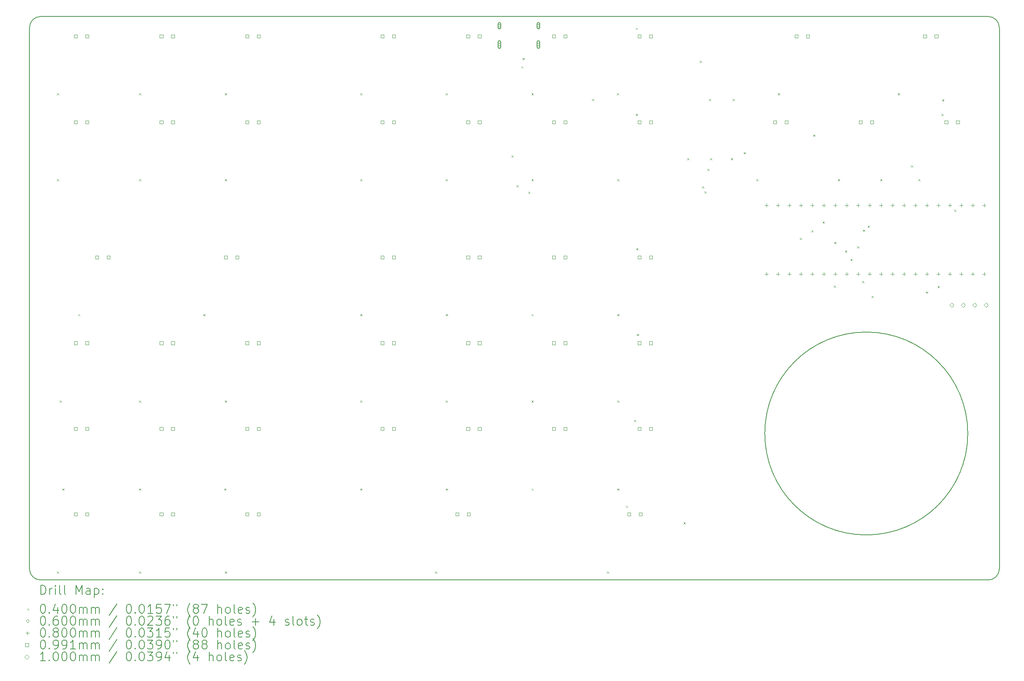
<source format=gbr>
%TF.GenerationSoftware,KiCad,Pcbnew,(6.0.7)*%
%TF.CreationDate,2023-02-05T05:32:13+01:00*%
%TF.ProjectId,DaVinciKbd,44615669-6e63-4694-9b62-642e6b696361,rev?*%
%TF.SameCoordinates,Original*%
%TF.FileFunction,Drillmap*%
%TF.FilePolarity,Positive*%
%FSLAX45Y45*%
G04 Gerber Fmt 4.5, Leading zero omitted, Abs format (unit mm)*
G04 Created by KiCad (PCBNEW (6.0.7)) date 2023-02-05 05:32:13*
%MOMM*%
%LPD*%
G01*
G04 APERTURE LIST*
%ADD10C,0.150000*%
%ADD11C,0.200000*%
%ADD12C,0.040000*%
%ADD13C,0.060000*%
%ADD14C,0.080000*%
%ADD15C,0.099060*%
%ADD16C,0.100000*%
G04 APERTURE END LIST*
D10*
X23500000Y-16250000D02*
G75*
G03*
X23750000Y-16000000I0J250000D01*
G01*
X23500000Y-16250000D02*
X2500000Y-16250000D01*
D11*
X23750000Y-13500000D02*
X23750000Y-16000000D01*
D10*
X2250000Y-4000000D02*
X2250000Y-16000000D01*
D11*
X23750000Y-13000000D02*
X23750000Y-4000000D01*
D10*
X2500000Y-3750000D02*
X23500000Y-3750000D01*
D11*
X23750000Y-13000000D02*
X23750000Y-13500000D01*
X23050000Y-13000000D02*
G75*
G03*
X23050000Y-13000000I-2250000J0D01*
G01*
D10*
X23750000Y-4000000D02*
G75*
G03*
X23500000Y-3750000I-250000J0D01*
G01*
X2500000Y-3750000D02*
G75*
G03*
X2250000Y-4000000I0J-250000D01*
G01*
X2250000Y-16000000D02*
G75*
G03*
X2500000Y-16250000I250000J0D01*
G01*
D11*
D12*
X2860000Y-5450000D02*
X2900000Y-5490000D01*
X2900000Y-5450000D02*
X2860000Y-5490000D01*
X2860000Y-7360000D02*
X2900000Y-7400000D01*
X2900000Y-7360000D02*
X2860000Y-7400000D01*
X2860000Y-16060000D02*
X2900000Y-16100000D01*
X2900000Y-16060000D02*
X2860000Y-16100000D01*
X2920000Y-12270000D02*
X2960000Y-12310000D01*
X2960000Y-12270000D02*
X2920000Y-12310000D01*
X2980000Y-14220000D02*
X3020000Y-14260000D01*
X3020000Y-14220000D02*
X2980000Y-14260000D01*
X3330000Y-10350000D02*
X3370000Y-10390000D01*
X3370000Y-10350000D02*
X3330000Y-10390000D01*
X4680000Y-5450000D02*
X4720000Y-5490000D01*
X4720000Y-5450000D02*
X4680000Y-5490000D01*
X4680000Y-7360000D02*
X4720000Y-7400000D01*
X4720000Y-7360000D02*
X4680000Y-7400000D01*
X4680000Y-12270000D02*
X4720000Y-12310000D01*
X4720000Y-12270000D02*
X4680000Y-12310000D01*
X4680000Y-14220000D02*
X4720000Y-14260000D01*
X4720000Y-14220000D02*
X4680000Y-14260000D01*
X4680000Y-16060000D02*
X4720000Y-16100000D01*
X4720000Y-16060000D02*
X4680000Y-16100000D01*
X6100000Y-10350000D02*
X6140000Y-10390000D01*
X6140000Y-10350000D02*
X6100000Y-10390000D01*
X6570000Y-14220000D02*
X6610000Y-14260000D01*
X6610000Y-14220000D02*
X6570000Y-14260000D01*
X6580000Y-5450000D02*
X6620000Y-5490000D01*
X6620000Y-5450000D02*
X6580000Y-5490000D01*
X6580000Y-7360000D02*
X6620000Y-7400000D01*
X6620000Y-7360000D02*
X6580000Y-7400000D01*
X6580000Y-12270000D02*
X6620000Y-12310000D01*
X6620000Y-12270000D02*
X6580000Y-12310000D01*
X6580000Y-16060000D02*
X6620000Y-16100000D01*
X6620000Y-16060000D02*
X6580000Y-16100000D01*
X9580000Y-5450000D02*
X9620000Y-5490000D01*
X9620000Y-5450000D02*
X9580000Y-5490000D01*
X9580000Y-7360000D02*
X9620000Y-7400000D01*
X9620000Y-7360000D02*
X9580000Y-7400000D01*
X9580000Y-10350000D02*
X9620000Y-10390000D01*
X9620000Y-10350000D02*
X9580000Y-10390000D01*
X9580000Y-12270000D02*
X9620000Y-12310000D01*
X9620000Y-12270000D02*
X9580000Y-12310000D01*
X9580000Y-14220000D02*
X9620000Y-14260000D01*
X9620000Y-14220000D02*
X9580000Y-14260000D01*
X11240000Y-16060000D02*
X11280000Y-16100000D01*
X11280000Y-16060000D02*
X11240000Y-16100000D01*
X11480000Y-5450000D02*
X11520000Y-5490000D01*
X11520000Y-5450000D02*
X11480000Y-5490000D01*
X11480000Y-7360000D02*
X11520000Y-7400000D01*
X11520000Y-7360000D02*
X11480000Y-7400000D01*
X11480000Y-10350000D02*
X11520000Y-10390000D01*
X11520000Y-10350000D02*
X11480000Y-10390000D01*
X11480000Y-12270000D02*
X11520000Y-12310000D01*
X11520000Y-12270000D02*
X11480000Y-12310000D01*
X11480000Y-14220000D02*
X11520000Y-14260000D01*
X11520000Y-14220000D02*
X11480000Y-14260000D01*
X12935000Y-6830000D02*
X12975000Y-6870000D01*
X12975000Y-6830000D02*
X12935000Y-6870000D01*
X13045000Y-7495000D02*
X13085000Y-7535000D01*
X13085000Y-7495000D02*
X13045000Y-7535000D01*
X13150000Y-4855000D02*
X13190000Y-4895000D01*
X13190000Y-4855000D02*
X13150000Y-4895000D01*
X13180000Y-4670000D02*
X13220000Y-4710000D01*
X13220000Y-4670000D02*
X13180000Y-4710000D01*
X13305000Y-7635000D02*
X13345000Y-7675000D01*
X13345000Y-7635000D02*
X13305000Y-7675000D01*
X13380000Y-5450000D02*
X13420000Y-5490000D01*
X13420000Y-5450000D02*
X13380000Y-5490000D01*
X13380000Y-7360000D02*
X13420000Y-7400000D01*
X13420000Y-7360000D02*
X13380000Y-7400000D01*
X13380000Y-10350000D02*
X13420000Y-10390000D01*
X13420000Y-10350000D02*
X13380000Y-10390000D01*
X13380000Y-12270000D02*
X13420000Y-12310000D01*
X13420000Y-12270000D02*
X13380000Y-12310000D01*
X13380000Y-14220000D02*
X13420000Y-14260000D01*
X13420000Y-14220000D02*
X13380000Y-14260000D01*
X14721000Y-5580000D02*
X14761000Y-5620000D01*
X14761000Y-5580000D02*
X14721000Y-5620000D01*
X15050000Y-16060000D02*
X15090000Y-16100000D01*
X15090000Y-16060000D02*
X15050000Y-16100000D01*
X15270000Y-5450000D02*
X15310000Y-5490000D01*
X15310000Y-5450000D02*
X15270000Y-5490000D01*
X15280000Y-7360000D02*
X15320000Y-7400000D01*
X15320000Y-7360000D02*
X15280000Y-7400000D01*
X15280000Y-10350000D02*
X15320000Y-10390000D01*
X15320000Y-10350000D02*
X15280000Y-10390000D01*
X15280000Y-12270000D02*
X15320000Y-12310000D01*
X15320000Y-12270000D02*
X15280000Y-12310000D01*
X15280000Y-14220000D02*
X15320000Y-14260000D01*
X15320000Y-14220000D02*
X15280000Y-14260000D01*
X15470000Y-14600000D02*
X15510000Y-14640000D01*
X15510000Y-14600000D02*
X15470000Y-14640000D01*
X15650000Y-12700000D02*
X15690000Y-12740000D01*
X15690000Y-12700000D02*
X15650000Y-12740000D01*
X15690000Y-4000000D02*
X15730000Y-4040000D01*
X15730000Y-4000000D02*
X15690000Y-4040000D01*
X15690000Y-5910000D02*
X15730000Y-5950000D01*
X15730000Y-5910000D02*
X15690000Y-5950000D01*
X15700000Y-8890000D02*
X15740000Y-8930000D01*
X15740000Y-8890000D02*
X15700000Y-8930000D01*
X15710000Y-10790000D02*
X15750000Y-10830000D01*
X15750000Y-10790000D02*
X15710000Y-10830000D01*
X16750000Y-14970000D02*
X16790000Y-15010000D01*
X16790000Y-14970000D02*
X16750000Y-15010000D01*
X16830000Y-6890000D02*
X16870000Y-6930000D01*
X16870000Y-6890000D02*
X16830000Y-6930000D01*
X17110000Y-4730000D02*
X17150000Y-4770000D01*
X17150000Y-4730000D02*
X17110000Y-4770000D01*
X17160000Y-7520000D02*
X17200000Y-7560000D01*
X17200000Y-7520000D02*
X17160000Y-7560000D01*
X17210000Y-7630000D02*
X17250000Y-7670000D01*
X17250000Y-7630000D02*
X17210000Y-7670000D01*
X17280000Y-7130000D02*
X17320000Y-7170000D01*
X17320000Y-7130000D02*
X17280000Y-7170000D01*
X17310000Y-5580000D02*
X17350000Y-5620000D01*
X17350000Y-5580000D02*
X17310000Y-5620000D01*
X17340000Y-6890000D02*
X17380000Y-6930000D01*
X17380000Y-6890000D02*
X17340000Y-6930000D01*
X17800000Y-6890000D02*
X17840000Y-6930000D01*
X17840000Y-6890000D02*
X17800000Y-6930000D01*
X17840000Y-5580000D02*
X17880000Y-5620000D01*
X17880000Y-5580000D02*
X17840000Y-5620000D01*
X18080000Y-6760000D02*
X18120000Y-6800000D01*
X18120000Y-6760000D02*
X18080000Y-6800000D01*
X18360000Y-7360000D02*
X18400000Y-7400000D01*
X18400000Y-7360000D02*
X18360000Y-7400000D01*
X18840000Y-5450000D02*
X18880000Y-5490000D01*
X18880000Y-5450000D02*
X18840000Y-5490000D01*
X19330000Y-8660000D02*
X19370000Y-8700000D01*
X19370000Y-8660000D02*
X19330000Y-8700000D01*
X19580000Y-8489998D02*
X19620000Y-8529998D01*
X19620000Y-8489998D02*
X19580000Y-8529998D01*
X19621000Y-6370000D02*
X19661000Y-6410000D01*
X19661000Y-6370000D02*
X19621000Y-6410000D01*
X19830000Y-8300000D02*
X19870000Y-8340000D01*
X19870000Y-8300000D02*
X19830000Y-8340000D01*
X20080000Y-9720000D02*
X20120000Y-9760000D01*
X20120000Y-9720000D02*
X20080000Y-9760000D01*
X20090000Y-8750000D02*
X20130000Y-8790000D01*
X20130000Y-8750000D02*
X20090000Y-8790000D01*
X20170000Y-7360000D02*
X20210000Y-7400000D01*
X20210000Y-7360000D02*
X20170000Y-7400000D01*
X20330000Y-8940000D02*
X20370000Y-8980000D01*
X20370000Y-8940000D02*
X20330000Y-8980000D01*
X20450000Y-9130000D02*
X20490000Y-9170000D01*
X20490000Y-9130000D02*
X20450000Y-9170000D01*
X20600000Y-8850000D02*
X20640000Y-8890000D01*
X20640000Y-8850000D02*
X20600000Y-8890000D01*
X20710000Y-9620000D02*
X20750000Y-9660000D01*
X20750000Y-9620000D02*
X20710000Y-9660000D01*
X20725200Y-8479999D02*
X20765200Y-8519999D01*
X20765200Y-8479999D02*
X20725200Y-8519999D01*
X20829999Y-8389999D02*
X20869999Y-8429999D01*
X20869999Y-8389999D02*
X20829999Y-8429999D01*
X20920000Y-9950000D02*
X20960000Y-9990000D01*
X20960000Y-9950000D02*
X20920000Y-9990000D01*
X21110000Y-7360000D02*
X21150000Y-7400000D01*
X21150000Y-7360000D02*
X21110000Y-7400000D01*
X21500000Y-5450000D02*
X21540000Y-5490000D01*
X21540000Y-5450000D02*
X21500000Y-5490000D01*
X21790000Y-7050000D02*
X21830000Y-7090000D01*
X21830000Y-7050000D02*
X21790000Y-7090000D01*
X21950000Y-7360000D02*
X21990000Y-7400000D01*
X21990000Y-7360000D02*
X21950000Y-7400000D01*
X22120000Y-9850000D02*
X22160000Y-9890000D01*
X22160000Y-9850000D02*
X22120000Y-9890000D01*
X22380000Y-9730000D02*
X22420000Y-9770000D01*
X22420000Y-9730000D02*
X22380000Y-9770000D01*
X22470000Y-5910000D02*
X22510000Y-5950000D01*
X22510000Y-5910000D02*
X22470000Y-5950000D01*
X22480000Y-5585000D02*
X22520000Y-5625000D01*
X22520000Y-5585000D02*
X22480000Y-5625000D01*
X22746282Y-8037200D02*
X22786282Y-8077200D01*
X22786282Y-8037200D02*
X22746282Y-8077200D01*
D13*
X12698000Y-3956000D02*
G75*
G03*
X12698000Y-3956000I-30000J0D01*
G01*
D11*
X12638000Y-3916000D02*
X12638000Y-3996000D01*
X12698000Y-3916000D02*
X12698000Y-3996000D01*
X12638000Y-3996000D02*
G75*
G03*
X12698000Y-3996000I30000J0D01*
G01*
X12698000Y-3916000D02*
G75*
G03*
X12638000Y-3916000I-30000J0D01*
G01*
D13*
X12698000Y-4373000D02*
G75*
G03*
X12698000Y-4373000I-30000J0D01*
G01*
D11*
X12638000Y-4318000D02*
X12638000Y-4428000D01*
X12698000Y-4318000D02*
X12698000Y-4428000D01*
X12638000Y-4428000D02*
G75*
G03*
X12698000Y-4428000I30000J0D01*
G01*
X12698000Y-4318000D02*
G75*
G03*
X12638000Y-4318000I-30000J0D01*
G01*
D13*
X13562000Y-3956000D02*
G75*
G03*
X13562000Y-3956000I-30000J0D01*
G01*
D11*
X13502000Y-3916000D02*
X13502000Y-3996000D01*
X13562000Y-3916000D02*
X13562000Y-3996000D01*
X13502000Y-3996000D02*
G75*
G03*
X13562000Y-3996000I30000J0D01*
G01*
X13562000Y-3916000D02*
G75*
G03*
X13502000Y-3916000I-30000J0D01*
G01*
D13*
X13562000Y-4373000D02*
G75*
G03*
X13562000Y-4373000I-30000J0D01*
G01*
D11*
X13502000Y-4318000D02*
X13502000Y-4428000D01*
X13562000Y-4318000D02*
X13562000Y-4428000D01*
X13502000Y-4428000D02*
G75*
G03*
X13562000Y-4428000I30000J0D01*
G01*
X13562000Y-4318000D02*
G75*
G03*
X13502000Y-4318000I-30000J0D01*
G01*
D14*
X18587000Y-7898000D02*
X18587000Y-7978000D01*
X18547000Y-7938000D02*
X18627000Y-7938000D01*
X18587000Y-9422000D02*
X18587000Y-9502000D01*
X18547000Y-9462000D02*
X18627000Y-9462000D01*
X18841000Y-7898000D02*
X18841000Y-7978000D01*
X18801000Y-7938000D02*
X18881000Y-7938000D01*
X18841000Y-9422000D02*
X18841000Y-9502000D01*
X18801000Y-9462000D02*
X18881000Y-9462000D01*
X19095000Y-7898000D02*
X19095000Y-7978000D01*
X19055000Y-7938000D02*
X19135000Y-7938000D01*
X19095000Y-9422000D02*
X19095000Y-9502000D01*
X19055000Y-9462000D02*
X19135000Y-9462000D01*
X19349000Y-7898000D02*
X19349000Y-7978000D01*
X19309000Y-7938000D02*
X19389000Y-7938000D01*
X19349000Y-9422000D02*
X19349000Y-9502000D01*
X19309000Y-9462000D02*
X19389000Y-9462000D01*
X19603000Y-7898000D02*
X19603000Y-7978000D01*
X19563000Y-7938000D02*
X19643000Y-7938000D01*
X19603000Y-9422000D02*
X19603000Y-9502000D01*
X19563000Y-9462000D02*
X19643000Y-9462000D01*
X19857000Y-7898000D02*
X19857000Y-7978000D01*
X19817000Y-7938000D02*
X19897000Y-7938000D01*
X19857000Y-9422000D02*
X19857000Y-9502000D01*
X19817000Y-9462000D02*
X19897000Y-9462000D01*
X20111000Y-7898000D02*
X20111000Y-7978000D01*
X20071000Y-7938000D02*
X20151000Y-7938000D01*
X20111000Y-9422000D02*
X20111000Y-9502000D01*
X20071000Y-9462000D02*
X20151000Y-9462000D01*
X20365000Y-7898000D02*
X20365000Y-7978000D01*
X20325000Y-7938000D02*
X20405000Y-7938000D01*
X20365000Y-9422000D02*
X20365000Y-9502000D01*
X20325000Y-9462000D02*
X20405000Y-9462000D01*
X20619000Y-7898000D02*
X20619000Y-7978000D01*
X20579000Y-7938000D02*
X20659000Y-7938000D01*
X20619000Y-9422000D02*
X20619000Y-9502000D01*
X20579000Y-9462000D02*
X20659000Y-9462000D01*
X20873000Y-7898000D02*
X20873000Y-7978000D01*
X20833000Y-7938000D02*
X20913000Y-7938000D01*
X20873000Y-9422000D02*
X20873000Y-9502000D01*
X20833000Y-9462000D02*
X20913000Y-9462000D01*
X21127000Y-7898000D02*
X21127000Y-7978000D01*
X21087000Y-7938000D02*
X21167000Y-7938000D01*
X21127000Y-9422000D02*
X21127000Y-9502000D01*
X21087000Y-9462000D02*
X21167000Y-9462000D01*
X21381000Y-7898000D02*
X21381000Y-7978000D01*
X21341000Y-7938000D02*
X21421000Y-7938000D01*
X21381000Y-9422000D02*
X21381000Y-9502000D01*
X21341000Y-9462000D02*
X21421000Y-9462000D01*
X21635000Y-7898000D02*
X21635000Y-7978000D01*
X21595000Y-7938000D02*
X21675000Y-7938000D01*
X21635000Y-9422000D02*
X21635000Y-9502000D01*
X21595000Y-9462000D02*
X21675000Y-9462000D01*
X21889000Y-7898000D02*
X21889000Y-7978000D01*
X21849000Y-7938000D02*
X21929000Y-7938000D01*
X21889000Y-9422000D02*
X21889000Y-9502000D01*
X21849000Y-9462000D02*
X21929000Y-9462000D01*
X22143000Y-7898000D02*
X22143000Y-7978000D01*
X22103000Y-7938000D02*
X22183000Y-7938000D01*
X22143000Y-9422000D02*
X22143000Y-9502000D01*
X22103000Y-9462000D02*
X22183000Y-9462000D01*
X22397000Y-7898000D02*
X22397000Y-7978000D01*
X22357000Y-7938000D02*
X22437000Y-7938000D01*
X22397000Y-9422000D02*
X22397000Y-9502000D01*
X22357000Y-9462000D02*
X22437000Y-9462000D01*
X22651000Y-7898000D02*
X22651000Y-7978000D01*
X22611000Y-7938000D02*
X22691000Y-7938000D01*
X22651000Y-9422000D02*
X22651000Y-9502000D01*
X22611000Y-9462000D02*
X22691000Y-9462000D01*
X22905000Y-7898000D02*
X22905000Y-7978000D01*
X22865000Y-7938000D02*
X22945000Y-7938000D01*
X22905000Y-9422000D02*
X22905000Y-9502000D01*
X22865000Y-9462000D02*
X22945000Y-9462000D01*
X23159000Y-7898000D02*
X23159000Y-7978000D01*
X23119000Y-7938000D02*
X23199000Y-7938000D01*
X23159000Y-9422000D02*
X23159000Y-9502000D01*
X23119000Y-9462000D02*
X23199000Y-9462000D01*
X23413000Y-7898000D02*
X23413000Y-7978000D01*
X23373000Y-7938000D02*
X23453000Y-7938000D01*
X23413000Y-9422000D02*
X23413000Y-9502000D01*
X23373000Y-9462000D02*
X23453000Y-9462000D01*
D15*
X3308023Y-4227023D02*
X3308023Y-4156977D01*
X3237977Y-4156977D01*
X3237977Y-4227023D01*
X3308023Y-4227023D01*
X3308023Y-6127023D02*
X3308023Y-6056977D01*
X3237977Y-6056977D01*
X3237977Y-6127023D01*
X3308023Y-6127023D01*
X3308023Y-11027023D02*
X3308023Y-10956977D01*
X3237977Y-10956977D01*
X3237977Y-11027023D01*
X3308023Y-11027023D01*
X3308023Y-12927023D02*
X3308023Y-12856977D01*
X3237977Y-12856977D01*
X3237977Y-12927023D01*
X3308023Y-12927023D01*
X3308023Y-14827023D02*
X3308023Y-14756977D01*
X3237977Y-14756977D01*
X3237977Y-14827023D01*
X3308023Y-14827023D01*
X3562023Y-4227023D02*
X3562023Y-4156977D01*
X3491977Y-4156977D01*
X3491977Y-4227023D01*
X3562023Y-4227023D01*
X3562023Y-6127023D02*
X3562023Y-6056977D01*
X3491977Y-6056977D01*
X3491977Y-6127023D01*
X3562023Y-6127023D01*
X3562023Y-11027023D02*
X3562023Y-10956977D01*
X3491977Y-10956977D01*
X3491977Y-11027023D01*
X3562023Y-11027023D01*
X3562023Y-12927023D02*
X3562023Y-12856977D01*
X3491977Y-12856977D01*
X3491977Y-12927023D01*
X3562023Y-12927023D01*
X3562023Y-14827023D02*
X3562023Y-14756977D01*
X3491977Y-14756977D01*
X3491977Y-14827023D01*
X3562023Y-14827023D01*
X3783023Y-9127023D02*
X3783023Y-9056977D01*
X3712977Y-9056977D01*
X3712977Y-9127023D01*
X3783023Y-9127023D01*
X4037023Y-9127023D02*
X4037023Y-9056977D01*
X3966977Y-9056977D01*
X3966977Y-9127023D01*
X4037023Y-9127023D01*
X5208023Y-4227023D02*
X5208023Y-4156977D01*
X5137977Y-4156977D01*
X5137977Y-4227023D01*
X5208023Y-4227023D01*
X5208023Y-6127023D02*
X5208023Y-6056977D01*
X5137977Y-6056977D01*
X5137977Y-6127023D01*
X5208023Y-6127023D01*
X5208023Y-11027023D02*
X5208023Y-10956977D01*
X5137977Y-10956977D01*
X5137977Y-11027023D01*
X5208023Y-11027023D01*
X5208023Y-12927023D02*
X5208023Y-12856977D01*
X5137977Y-12856977D01*
X5137977Y-12927023D01*
X5208023Y-12927023D01*
X5208023Y-14827023D02*
X5208023Y-14756977D01*
X5137977Y-14756977D01*
X5137977Y-14827023D01*
X5208023Y-14827023D01*
X5462023Y-4227023D02*
X5462023Y-4156977D01*
X5391977Y-4156977D01*
X5391977Y-4227023D01*
X5462023Y-4227023D01*
X5462023Y-6127023D02*
X5462023Y-6056977D01*
X5391977Y-6056977D01*
X5391977Y-6127023D01*
X5462023Y-6127023D01*
X5462023Y-11027023D02*
X5462023Y-10956977D01*
X5391977Y-10956977D01*
X5391977Y-11027023D01*
X5462023Y-11027023D01*
X5462023Y-12927023D02*
X5462023Y-12856977D01*
X5391977Y-12856977D01*
X5391977Y-12927023D01*
X5462023Y-12927023D01*
X5462023Y-14827023D02*
X5462023Y-14756977D01*
X5391977Y-14756977D01*
X5391977Y-14827023D01*
X5462023Y-14827023D01*
X6638023Y-9127023D02*
X6638023Y-9056977D01*
X6567977Y-9056977D01*
X6567977Y-9127023D01*
X6638023Y-9127023D01*
X6892023Y-9127023D02*
X6892023Y-9056977D01*
X6821977Y-9056977D01*
X6821977Y-9127023D01*
X6892023Y-9127023D01*
X7108023Y-4227023D02*
X7108023Y-4156977D01*
X7037977Y-4156977D01*
X7037977Y-4227023D01*
X7108023Y-4227023D01*
X7108023Y-6127023D02*
X7108023Y-6056977D01*
X7037977Y-6056977D01*
X7037977Y-6127023D01*
X7108023Y-6127023D01*
X7108023Y-11027023D02*
X7108023Y-10956977D01*
X7037977Y-10956977D01*
X7037977Y-11027023D01*
X7108023Y-11027023D01*
X7108023Y-12927023D02*
X7108023Y-12856977D01*
X7037977Y-12856977D01*
X7037977Y-12927023D01*
X7108023Y-12927023D01*
X7108023Y-14827023D02*
X7108023Y-14756977D01*
X7037977Y-14756977D01*
X7037977Y-14827023D01*
X7108023Y-14827023D01*
X7362023Y-4227023D02*
X7362023Y-4156977D01*
X7291977Y-4156977D01*
X7291977Y-4227023D01*
X7362023Y-4227023D01*
X7362023Y-6127023D02*
X7362023Y-6056977D01*
X7291977Y-6056977D01*
X7291977Y-6127023D01*
X7362023Y-6127023D01*
X7362023Y-11027023D02*
X7362023Y-10956977D01*
X7291977Y-10956977D01*
X7291977Y-11027023D01*
X7362023Y-11027023D01*
X7362023Y-12927023D02*
X7362023Y-12856977D01*
X7291977Y-12856977D01*
X7291977Y-12927023D01*
X7362023Y-12927023D01*
X7362023Y-14827023D02*
X7362023Y-14756977D01*
X7291977Y-14756977D01*
X7291977Y-14827023D01*
X7362023Y-14827023D01*
X10108023Y-4227023D02*
X10108023Y-4156977D01*
X10037977Y-4156977D01*
X10037977Y-4227023D01*
X10108023Y-4227023D01*
X10108023Y-6127023D02*
X10108023Y-6056977D01*
X10037977Y-6056977D01*
X10037977Y-6127023D01*
X10108023Y-6127023D01*
X10108023Y-9127023D02*
X10108023Y-9056977D01*
X10037977Y-9056977D01*
X10037977Y-9127023D01*
X10108023Y-9127023D01*
X10108023Y-11027023D02*
X10108023Y-10956977D01*
X10037977Y-10956977D01*
X10037977Y-11027023D01*
X10108023Y-11027023D01*
X10108023Y-12927023D02*
X10108023Y-12856977D01*
X10037977Y-12856977D01*
X10037977Y-12927023D01*
X10108023Y-12927023D01*
X10362023Y-4227023D02*
X10362023Y-4156977D01*
X10291977Y-4156977D01*
X10291977Y-4227023D01*
X10362023Y-4227023D01*
X10362023Y-6127023D02*
X10362023Y-6056977D01*
X10291977Y-6056977D01*
X10291977Y-6127023D01*
X10362023Y-6127023D01*
X10362023Y-9127023D02*
X10362023Y-9056977D01*
X10291977Y-9056977D01*
X10291977Y-9127023D01*
X10362023Y-9127023D01*
X10362023Y-11027023D02*
X10362023Y-10956977D01*
X10291977Y-10956977D01*
X10291977Y-11027023D01*
X10362023Y-11027023D01*
X10362023Y-12927023D02*
X10362023Y-12856977D01*
X10291977Y-12856977D01*
X10291977Y-12927023D01*
X10362023Y-12927023D01*
X11768023Y-14827023D02*
X11768023Y-14756977D01*
X11697977Y-14756977D01*
X11697977Y-14827023D01*
X11768023Y-14827023D01*
X12008023Y-4227023D02*
X12008023Y-4156977D01*
X11937977Y-4156977D01*
X11937977Y-4227023D01*
X12008023Y-4227023D01*
X12008023Y-6127023D02*
X12008023Y-6056977D01*
X11937977Y-6056977D01*
X11937977Y-6127023D01*
X12008023Y-6127023D01*
X12008023Y-9127023D02*
X12008023Y-9056977D01*
X11937977Y-9056977D01*
X11937977Y-9127023D01*
X12008023Y-9127023D01*
X12008023Y-11027023D02*
X12008023Y-10956977D01*
X11937977Y-10956977D01*
X11937977Y-11027023D01*
X12008023Y-11027023D01*
X12008023Y-12927023D02*
X12008023Y-12856977D01*
X11937977Y-12856977D01*
X11937977Y-12927023D01*
X12008023Y-12927023D01*
X12022023Y-14827023D02*
X12022023Y-14756977D01*
X11951977Y-14756977D01*
X11951977Y-14827023D01*
X12022023Y-14827023D01*
X12262023Y-4227023D02*
X12262023Y-4156977D01*
X12191977Y-4156977D01*
X12191977Y-4227023D01*
X12262023Y-4227023D01*
X12262023Y-6127023D02*
X12262023Y-6056977D01*
X12191977Y-6056977D01*
X12191977Y-6127023D01*
X12262023Y-6127023D01*
X12262023Y-9127023D02*
X12262023Y-9056977D01*
X12191977Y-9056977D01*
X12191977Y-9127023D01*
X12262023Y-9127023D01*
X12262023Y-11027023D02*
X12262023Y-10956977D01*
X12191977Y-10956977D01*
X12191977Y-11027023D01*
X12262023Y-11027023D01*
X12262023Y-12927023D02*
X12262023Y-12856977D01*
X12191977Y-12856977D01*
X12191977Y-12927023D01*
X12262023Y-12927023D01*
X13908023Y-4227023D02*
X13908023Y-4156977D01*
X13837977Y-4156977D01*
X13837977Y-4227023D01*
X13908023Y-4227023D01*
X13908023Y-6127023D02*
X13908023Y-6056977D01*
X13837977Y-6056977D01*
X13837977Y-6127023D01*
X13908023Y-6127023D01*
X13908023Y-9127023D02*
X13908023Y-9056977D01*
X13837977Y-9056977D01*
X13837977Y-9127023D01*
X13908023Y-9127023D01*
X13908023Y-11027023D02*
X13908023Y-10956977D01*
X13837977Y-10956977D01*
X13837977Y-11027023D01*
X13908023Y-11027023D01*
X13908023Y-12927023D02*
X13908023Y-12856977D01*
X13837977Y-12856977D01*
X13837977Y-12927023D01*
X13908023Y-12927023D01*
X14162023Y-4227023D02*
X14162023Y-4156977D01*
X14091977Y-4156977D01*
X14091977Y-4227023D01*
X14162023Y-4227023D01*
X14162023Y-6127023D02*
X14162023Y-6056977D01*
X14091977Y-6056977D01*
X14091977Y-6127023D01*
X14162023Y-6127023D01*
X14162023Y-9127023D02*
X14162023Y-9056977D01*
X14091977Y-9056977D01*
X14091977Y-9127023D01*
X14162023Y-9127023D01*
X14162023Y-11027023D02*
X14162023Y-10956977D01*
X14091977Y-10956977D01*
X14091977Y-11027023D01*
X14162023Y-11027023D01*
X14162023Y-12927023D02*
X14162023Y-12856977D01*
X14091977Y-12856977D01*
X14091977Y-12927023D01*
X14162023Y-12927023D01*
X15578023Y-14827023D02*
X15578023Y-14756977D01*
X15507977Y-14756977D01*
X15507977Y-14827023D01*
X15578023Y-14827023D01*
X15808023Y-4227023D02*
X15808023Y-4156977D01*
X15737977Y-4156977D01*
X15737977Y-4227023D01*
X15808023Y-4227023D01*
X15808023Y-6127023D02*
X15808023Y-6056977D01*
X15737977Y-6056977D01*
X15737977Y-6127023D01*
X15808023Y-6127023D01*
X15808023Y-9127023D02*
X15808023Y-9056977D01*
X15737977Y-9056977D01*
X15737977Y-9127023D01*
X15808023Y-9127023D01*
X15808023Y-11027023D02*
X15808023Y-10956977D01*
X15737977Y-10956977D01*
X15737977Y-11027023D01*
X15808023Y-11027023D01*
X15808023Y-12927023D02*
X15808023Y-12856977D01*
X15737977Y-12856977D01*
X15737977Y-12927023D01*
X15808023Y-12927023D01*
X15832023Y-14827023D02*
X15832023Y-14756977D01*
X15761977Y-14756977D01*
X15761977Y-14827023D01*
X15832023Y-14827023D01*
X16062023Y-4227023D02*
X16062023Y-4156977D01*
X15991977Y-4156977D01*
X15991977Y-4227023D01*
X16062023Y-4227023D01*
X16062023Y-6127023D02*
X16062023Y-6056977D01*
X15991977Y-6056977D01*
X15991977Y-6127023D01*
X16062023Y-6127023D01*
X16062023Y-9127023D02*
X16062023Y-9056977D01*
X15991977Y-9056977D01*
X15991977Y-9127023D01*
X16062023Y-9127023D01*
X16062023Y-11027023D02*
X16062023Y-10956977D01*
X15991977Y-10956977D01*
X15991977Y-11027023D01*
X16062023Y-11027023D01*
X16062023Y-12927023D02*
X16062023Y-12856977D01*
X15991977Y-12856977D01*
X15991977Y-12927023D01*
X16062023Y-12927023D01*
X18808023Y-6127023D02*
X18808023Y-6056977D01*
X18737977Y-6056977D01*
X18737977Y-6127023D01*
X18808023Y-6127023D01*
X19062023Y-6127023D02*
X19062023Y-6056977D01*
X18991977Y-6056977D01*
X18991977Y-6127023D01*
X19062023Y-6127023D01*
X19283023Y-4227023D02*
X19283023Y-4156977D01*
X19212977Y-4156977D01*
X19212977Y-4227023D01*
X19283023Y-4227023D01*
X19537023Y-4227023D02*
X19537023Y-4156977D01*
X19466977Y-4156977D01*
X19466977Y-4227023D01*
X19537023Y-4227023D01*
X20708023Y-6127023D02*
X20708023Y-6056977D01*
X20637977Y-6056977D01*
X20637977Y-6127023D01*
X20708023Y-6127023D01*
X20962023Y-6127023D02*
X20962023Y-6056977D01*
X20891977Y-6056977D01*
X20891977Y-6127023D01*
X20962023Y-6127023D01*
X22133023Y-4227023D02*
X22133023Y-4156977D01*
X22062977Y-4156977D01*
X22062977Y-4227023D01*
X22133023Y-4227023D01*
X22387023Y-4227023D02*
X22387023Y-4156977D01*
X22316977Y-4156977D01*
X22316977Y-4227023D01*
X22387023Y-4227023D01*
X22608023Y-6127023D02*
X22608023Y-6056977D01*
X22537977Y-6056977D01*
X22537977Y-6127023D01*
X22608023Y-6127023D01*
X22862023Y-6127023D02*
X22862023Y-6056977D01*
X22791977Y-6056977D01*
X22791977Y-6127023D01*
X22862023Y-6127023D01*
D16*
X22692000Y-10200000D02*
X22742000Y-10150000D01*
X22692000Y-10100000D01*
X22642000Y-10150000D01*
X22692000Y-10200000D01*
X22946000Y-10200000D02*
X22996000Y-10150000D01*
X22946000Y-10100000D01*
X22896000Y-10150000D01*
X22946000Y-10200000D01*
X23200000Y-10200000D02*
X23250000Y-10150000D01*
X23200000Y-10100000D01*
X23150000Y-10150000D01*
X23200000Y-10200000D01*
X23454000Y-10200000D02*
X23504000Y-10150000D01*
X23454000Y-10100000D01*
X23404000Y-10150000D01*
X23454000Y-10200000D01*
D11*
X2500119Y-16567976D02*
X2500119Y-16367976D01*
X2547738Y-16367976D01*
X2576310Y-16377500D01*
X2595357Y-16396548D01*
X2604881Y-16415595D01*
X2614405Y-16453690D01*
X2614405Y-16482262D01*
X2604881Y-16520357D01*
X2595357Y-16539405D01*
X2576310Y-16558452D01*
X2547738Y-16567976D01*
X2500119Y-16567976D01*
X2700119Y-16567976D02*
X2700119Y-16434643D01*
X2700119Y-16472738D02*
X2709643Y-16453690D01*
X2719167Y-16444167D01*
X2738214Y-16434643D01*
X2757262Y-16434643D01*
X2823928Y-16567976D02*
X2823928Y-16434643D01*
X2823928Y-16367976D02*
X2814405Y-16377500D01*
X2823928Y-16387024D01*
X2833452Y-16377500D01*
X2823928Y-16367976D01*
X2823928Y-16387024D01*
X2947738Y-16567976D02*
X2928690Y-16558452D01*
X2919167Y-16539405D01*
X2919167Y-16367976D01*
X3052500Y-16567976D02*
X3033452Y-16558452D01*
X3023928Y-16539405D01*
X3023928Y-16367976D01*
X3281071Y-16567976D02*
X3281071Y-16367976D01*
X3347738Y-16510833D01*
X3414405Y-16367976D01*
X3414405Y-16567976D01*
X3595357Y-16567976D02*
X3595357Y-16463214D01*
X3585833Y-16444167D01*
X3566786Y-16434643D01*
X3528690Y-16434643D01*
X3509643Y-16444167D01*
X3595357Y-16558452D02*
X3576309Y-16567976D01*
X3528690Y-16567976D01*
X3509643Y-16558452D01*
X3500119Y-16539405D01*
X3500119Y-16520357D01*
X3509643Y-16501309D01*
X3528690Y-16491786D01*
X3576309Y-16491786D01*
X3595357Y-16482262D01*
X3690595Y-16434643D02*
X3690595Y-16634643D01*
X3690595Y-16444167D02*
X3709643Y-16434643D01*
X3747738Y-16434643D01*
X3766786Y-16444167D01*
X3776309Y-16453690D01*
X3785833Y-16472738D01*
X3785833Y-16529881D01*
X3776309Y-16548928D01*
X3766786Y-16558452D01*
X3747738Y-16567976D01*
X3709643Y-16567976D01*
X3690595Y-16558452D01*
X3871548Y-16548928D02*
X3881071Y-16558452D01*
X3871548Y-16567976D01*
X3862024Y-16558452D01*
X3871548Y-16548928D01*
X3871548Y-16567976D01*
X3871548Y-16444167D02*
X3881071Y-16453690D01*
X3871548Y-16463214D01*
X3862024Y-16453690D01*
X3871548Y-16444167D01*
X3871548Y-16463214D01*
D12*
X2202500Y-16877500D02*
X2242500Y-16917500D01*
X2242500Y-16877500D02*
X2202500Y-16917500D01*
D11*
X2538214Y-16787976D02*
X2557262Y-16787976D01*
X2576310Y-16797500D01*
X2585833Y-16807024D01*
X2595357Y-16826071D01*
X2604881Y-16864167D01*
X2604881Y-16911786D01*
X2595357Y-16949881D01*
X2585833Y-16968929D01*
X2576310Y-16978452D01*
X2557262Y-16987976D01*
X2538214Y-16987976D01*
X2519167Y-16978452D01*
X2509643Y-16968929D01*
X2500119Y-16949881D01*
X2490595Y-16911786D01*
X2490595Y-16864167D01*
X2500119Y-16826071D01*
X2509643Y-16807024D01*
X2519167Y-16797500D01*
X2538214Y-16787976D01*
X2690595Y-16968929D02*
X2700119Y-16978452D01*
X2690595Y-16987976D01*
X2681071Y-16978452D01*
X2690595Y-16968929D01*
X2690595Y-16987976D01*
X2871548Y-16854643D02*
X2871548Y-16987976D01*
X2823928Y-16778452D02*
X2776310Y-16921310D01*
X2900119Y-16921310D01*
X3014405Y-16787976D02*
X3033452Y-16787976D01*
X3052500Y-16797500D01*
X3062024Y-16807024D01*
X3071548Y-16826071D01*
X3081071Y-16864167D01*
X3081071Y-16911786D01*
X3071548Y-16949881D01*
X3062024Y-16968929D01*
X3052500Y-16978452D01*
X3033452Y-16987976D01*
X3014405Y-16987976D01*
X2995357Y-16978452D01*
X2985833Y-16968929D01*
X2976309Y-16949881D01*
X2966786Y-16911786D01*
X2966786Y-16864167D01*
X2976309Y-16826071D01*
X2985833Y-16807024D01*
X2995357Y-16797500D01*
X3014405Y-16787976D01*
X3204881Y-16787976D02*
X3223928Y-16787976D01*
X3242976Y-16797500D01*
X3252500Y-16807024D01*
X3262024Y-16826071D01*
X3271548Y-16864167D01*
X3271548Y-16911786D01*
X3262024Y-16949881D01*
X3252500Y-16968929D01*
X3242976Y-16978452D01*
X3223928Y-16987976D01*
X3204881Y-16987976D01*
X3185833Y-16978452D01*
X3176309Y-16968929D01*
X3166786Y-16949881D01*
X3157262Y-16911786D01*
X3157262Y-16864167D01*
X3166786Y-16826071D01*
X3176309Y-16807024D01*
X3185833Y-16797500D01*
X3204881Y-16787976D01*
X3357262Y-16987976D02*
X3357262Y-16854643D01*
X3357262Y-16873690D02*
X3366786Y-16864167D01*
X3385833Y-16854643D01*
X3414405Y-16854643D01*
X3433452Y-16864167D01*
X3442976Y-16883214D01*
X3442976Y-16987976D01*
X3442976Y-16883214D02*
X3452500Y-16864167D01*
X3471548Y-16854643D01*
X3500119Y-16854643D01*
X3519167Y-16864167D01*
X3528690Y-16883214D01*
X3528690Y-16987976D01*
X3623928Y-16987976D02*
X3623928Y-16854643D01*
X3623928Y-16873690D02*
X3633452Y-16864167D01*
X3652500Y-16854643D01*
X3681071Y-16854643D01*
X3700119Y-16864167D01*
X3709643Y-16883214D01*
X3709643Y-16987976D01*
X3709643Y-16883214D02*
X3719167Y-16864167D01*
X3738214Y-16854643D01*
X3766786Y-16854643D01*
X3785833Y-16864167D01*
X3795357Y-16883214D01*
X3795357Y-16987976D01*
X4185833Y-16778452D02*
X4014405Y-17035595D01*
X4442976Y-16787976D02*
X4462024Y-16787976D01*
X4481071Y-16797500D01*
X4490595Y-16807024D01*
X4500119Y-16826071D01*
X4509643Y-16864167D01*
X4509643Y-16911786D01*
X4500119Y-16949881D01*
X4490595Y-16968929D01*
X4481071Y-16978452D01*
X4462024Y-16987976D01*
X4442976Y-16987976D01*
X4423929Y-16978452D01*
X4414405Y-16968929D01*
X4404881Y-16949881D01*
X4395357Y-16911786D01*
X4395357Y-16864167D01*
X4404881Y-16826071D01*
X4414405Y-16807024D01*
X4423929Y-16797500D01*
X4442976Y-16787976D01*
X4595357Y-16968929D02*
X4604881Y-16978452D01*
X4595357Y-16987976D01*
X4585833Y-16978452D01*
X4595357Y-16968929D01*
X4595357Y-16987976D01*
X4728690Y-16787976D02*
X4747738Y-16787976D01*
X4766786Y-16797500D01*
X4776310Y-16807024D01*
X4785833Y-16826071D01*
X4795357Y-16864167D01*
X4795357Y-16911786D01*
X4785833Y-16949881D01*
X4776310Y-16968929D01*
X4766786Y-16978452D01*
X4747738Y-16987976D01*
X4728690Y-16987976D01*
X4709643Y-16978452D01*
X4700119Y-16968929D01*
X4690595Y-16949881D01*
X4681071Y-16911786D01*
X4681071Y-16864167D01*
X4690595Y-16826071D01*
X4700119Y-16807024D01*
X4709643Y-16797500D01*
X4728690Y-16787976D01*
X4985833Y-16987976D02*
X4871548Y-16987976D01*
X4928690Y-16987976D02*
X4928690Y-16787976D01*
X4909643Y-16816548D01*
X4890595Y-16835595D01*
X4871548Y-16845119D01*
X5166786Y-16787976D02*
X5071548Y-16787976D01*
X5062024Y-16883214D01*
X5071548Y-16873690D01*
X5090595Y-16864167D01*
X5138214Y-16864167D01*
X5157262Y-16873690D01*
X5166786Y-16883214D01*
X5176310Y-16902262D01*
X5176310Y-16949881D01*
X5166786Y-16968929D01*
X5157262Y-16978452D01*
X5138214Y-16987976D01*
X5090595Y-16987976D01*
X5071548Y-16978452D01*
X5062024Y-16968929D01*
X5242976Y-16787976D02*
X5376310Y-16787976D01*
X5290595Y-16987976D01*
X5442976Y-16787976D02*
X5442976Y-16826071D01*
X5519167Y-16787976D02*
X5519167Y-16826071D01*
X5814405Y-17064167D02*
X5804881Y-17054643D01*
X5785833Y-17026071D01*
X5776309Y-17007024D01*
X5766786Y-16978452D01*
X5757262Y-16930833D01*
X5757262Y-16892738D01*
X5766786Y-16845119D01*
X5776309Y-16816548D01*
X5785833Y-16797500D01*
X5804881Y-16768928D01*
X5814405Y-16759405D01*
X5919167Y-16873690D02*
X5900119Y-16864167D01*
X5890595Y-16854643D01*
X5881071Y-16835595D01*
X5881071Y-16826071D01*
X5890595Y-16807024D01*
X5900119Y-16797500D01*
X5919167Y-16787976D01*
X5957262Y-16787976D01*
X5976309Y-16797500D01*
X5985833Y-16807024D01*
X5995357Y-16826071D01*
X5995357Y-16835595D01*
X5985833Y-16854643D01*
X5976309Y-16864167D01*
X5957262Y-16873690D01*
X5919167Y-16873690D01*
X5900119Y-16883214D01*
X5890595Y-16892738D01*
X5881071Y-16911786D01*
X5881071Y-16949881D01*
X5890595Y-16968929D01*
X5900119Y-16978452D01*
X5919167Y-16987976D01*
X5957262Y-16987976D01*
X5976309Y-16978452D01*
X5985833Y-16968929D01*
X5995357Y-16949881D01*
X5995357Y-16911786D01*
X5985833Y-16892738D01*
X5976309Y-16883214D01*
X5957262Y-16873690D01*
X6062024Y-16787976D02*
X6195357Y-16787976D01*
X6109643Y-16987976D01*
X6423928Y-16987976D02*
X6423928Y-16787976D01*
X6509643Y-16987976D02*
X6509643Y-16883214D01*
X6500119Y-16864167D01*
X6481071Y-16854643D01*
X6452500Y-16854643D01*
X6433452Y-16864167D01*
X6423928Y-16873690D01*
X6633452Y-16987976D02*
X6614405Y-16978452D01*
X6604881Y-16968929D01*
X6595357Y-16949881D01*
X6595357Y-16892738D01*
X6604881Y-16873690D01*
X6614405Y-16864167D01*
X6633452Y-16854643D01*
X6662024Y-16854643D01*
X6681071Y-16864167D01*
X6690595Y-16873690D01*
X6700119Y-16892738D01*
X6700119Y-16949881D01*
X6690595Y-16968929D01*
X6681071Y-16978452D01*
X6662024Y-16987976D01*
X6633452Y-16987976D01*
X6814405Y-16987976D02*
X6795357Y-16978452D01*
X6785833Y-16959405D01*
X6785833Y-16787976D01*
X6966786Y-16978452D02*
X6947738Y-16987976D01*
X6909643Y-16987976D01*
X6890595Y-16978452D01*
X6881071Y-16959405D01*
X6881071Y-16883214D01*
X6890595Y-16864167D01*
X6909643Y-16854643D01*
X6947738Y-16854643D01*
X6966786Y-16864167D01*
X6976309Y-16883214D01*
X6976309Y-16902262D01*
X6881071Y-16921310D01*
X7052500Y-16978452D02*
X7071548Y-16987976D01*
X7109643Y-16987976D01*
X7128690Y-16978452D01*
X7138214Y-16959405D01*
X7138214Y-16949881D01*
X7128690Y-16930833D01*
X7109643Y-16921310D01*
X7081071Y-16921310D01*
X7062024Y-16911786D01*
X7052500Y-16892738D01*
X7052500Y-16883214D01*
X7062024Y-16864167D01*
X7081071Y-16854643D01*
X7109643Y-16854643D01*
X7128690Y-16864167D01*
X7204881Y-17064167D02*
X7214405Y-17054643D01*
X7233452Y-17026071D01*
X7242976Y-17007024D01*
X7252500Y-16978452D01*
X7262024Y-16930833D01*
X7262024Y-16892738D01*
X7252500Y-16845119D01*
X7242976Y-16816548D01*
X7233452Y-16797500D01*
X7214405Y-16768928D01*
X7204881Y-16759405D01*
D13*
X2242500Y-17161500D02*
G75*
G03*
X2242500Y-17161500I-30000J0D01*
G01*
D11*
X2538214Y-17051976D02*
X2557262Y-17051976D01*
X2576310Y-17061500D01*
X2585833Y-17071024D01*
X2595357Y-17090071D01*
X2604881Y-17128167D01*
X2604881Y-17175786D01*
X2595357Y-17213881D01*
X2585833Y-17232929D01*
X2576310Y-17242452D01*
X2557262Y-17251976D01*
X2538214Y-17251976D01*
X2519167Y-17242452D01*
X2509643Y-17232929D01*
X2500119Y-17213881D01*
X2490595Y-17175786D01*
X2490595Y-17128167D01*
X2500119Y-17090071D01*
X2509643Y-17071024D01*
X2519167Y-17061500D01*
X2538214Y-17051976D01*
X2690595Y-17232929D02*
X2700119Y-17242452D01*
X2690595Y-17251976D01*
X2681071Y-17242452D01*
X2690595Y-17232929D01*
X2690595Y-17251976D01*
X2871548Y-17051976D02*
X2833452Y-17051976D01*
X2814405Y-17061500D01*
X2804881Y-17071024D01*
X2785833Y-17099595D01*
X2776310Y-17137690D01*
X2776310Y-17213881D01*
X2785833Y-17232929D01*
X2795357Y-17242452D01*
X2814405Y-17251976D01*
X2852500Y-17251976D01*
X2871548Y-17242452D01*
X2881071Y-17232929D01*
X2890595Y-17213881D01*
X2890595Y-17166262D01*
X2881071Y-17147214D01*
X2871548Y-17137690D01*
X2852500Y-17128167D01*
X2814405Y-17128167D01*
X2795357Y-17137690D01*
X2785833Y-17147214D01*
X2776310Y-17166262D01*
X3014405Y-17051976D02*
X3033452Y-17051976D01*
X3052500Y-17061500D01*
X3062024Y-17071024D01*
X3071548Y-17090071D01*
X3081071Y-17128167D01*
X3081071Y-17175786D01*
X3071548Y-17213881D01*
X3062024Y-17232929D01*
X3052500Y-17242452D01*
X3033452Y-17251976D01*
X3014405Y-17251976D01*
X2995357Y-17242452D01*
X2985833Y-17232929D01*
X2976309Y-17213881D01*
X2966786Y-17175786D01*
X2966786Y-17128167D01*
X2976309Y-17090071D01*
X2985833Y-17071024D01*
X2995357Y-17061500D01*
X3014405Y-17051976D01*
X3204881Y-17051976D02*
X3223928Y-17051976D01*
X3242976Y-17061500D01*
X3252500Y-17071024D01*
X3262024Y-17090071D01*
X3271548Y-17128167D01*
X3271548Y-17175786D01*
X3262024Y-17213881D01*
X3252500Y-17232929D01*
X3242976Y-17242452D01*
X3223928Y-17251976D01*
X3204881Y-17251976D01*
X3185833Y-17242452D01*
X3176309Y-17232929D01*
X3166786Y-17213881D01*
X3157262Y-17175786D01*
X3157262Y-17128167D01*
X3166786Y-17090071D01*
X3176309Y-17071024D01*
X3185833Y-17061500D01*
X3204881Y-17051976D01*
X3357262Y-17251976D02*
X3357262Y-17118643D01*
X3357262Y-17137690D02*
X3366786Y-17128167D01*
X3385833Y-17118643D01*
X3414405Y-17118643D01*
X3433452Y-17128167D01*
X3442976Y-17147214D01*
X3442976Y-17251976D01*
X3442976Y-17147214D02*
X3452500Y-17128167D01*
X3471548Y-17118643D01*
X3500119Y-17118643D01*
X3519167Y-17128167D01*
X3528690Y-17147214D01*
X3528690Y-17251976D01*
X3623928Y-17251976D02*
X3623928Y-17118643D01*
X3623928Y-17137690D02*
X3633452Y-17128167D01*
X3652500Y-17118643D01*
X3681071Y-17118643D01*
X3700119Y-17128167D01*
X3709643Y-17147214D01*
X3709643Y-17251976D01*
X3709643Y-17147214D02*
X3719167Y-17128167D01*
X3738214Y-17118643D01*
X3766786Y-17118643D01*
X3785833Y-17128167D01*
X3795357Y-17147214D01*
X3795357Y-17251976D01*
X4185833Y-17042452D02*
X4014405Y-17299595D01*
X4442976Y-17051976D02*
X4462024Y-17051976D01*
X4481071Y-17061500D01*
X4490595Y-17071024D01*
X4500119Y-17090071D01*
X4509643Y-17128167D01*
X4509643Y-17175786D01*
X4500119Y-17213881D01*
X4490595Y-17232929D01*
X4481071Y-17242452D01*
X4462024Y-17251976D01*
X4442976Y-17251976D01*
X4423929Y-17242452D01*
X4414405Y-17232929D01*
X4404881Y-17213881D01*
X4395357Y-17175786D01*
X4395357Y-17128167D01*
X4404881Y-17090071D01*
X4414405Y-17071024D01*
X4423929Y-17061500D01*
X4442976Y-17051976D01*
X4595357Y-17232929D02*
X4604881Y-17242452D01*
X4595357Y-17251976D01*
X4585833Y-17242452D01*
X4595357Y-17232929D01*
X4595357Y-17251976D01*
X4728690Y-17051976D02*
X4747738Y-17051976D01*
X4766786Y-17061500D01*
X4776310Y-17071024D01*
X4785833Y-17090071D01*
X4795357Y-17128167D01*
X4795357Y-17175786D01*
X4785833Y-17213881D01*
X4776310Y-17232929D01*
X4766786Y-17242452D01*
X4747738Y-17251976D01*
X4728690Y-17251976D01*
X4709643Y-17242452D01*
X4700119Y-17232929D01*
X4690595Y-17213881D01*
X4681071Y-17175786D01*
X4681071Y-17128167D01*
X4690595Y-17090071D01*
X4700119Y-17071024D01*
X4709643Y-17061500D01*
X4728690Y-17051976D01*
X4871548Y-17071024D02*
X4881071Y-17061500D01*
X4900119Y-17051976D01*
X4947738Y-17051976D01*
X4966786Y-17061500D01*
X4976310Y-17071024D01*
X4985833Y-17090071D01*
X4985833Y-17109119D01*
X4976310Y-17137690D01*
X4862024Y-17251976D01*
X4985833Y-17251976D01*
X5052500Y-17051976D02*
X5176310Y-17051976D01*
X5109643Y-17128167D01*
X5138214Y-17128167D01*
X5157262Y-17137690D01*
X5166786Y-17147214D01*
X5176310Y-17166262D01*
X5176310Y-17213881D01*
X5166786Y-17232929D01*
X5157262Y-17242452D01*
X5138214Y-17251976D01*
X5081071Y-17251976D01*
X5062024Y-17242452D01*
X5052500Y-17232929D01*
X5347738Y-17051976D02*
X5309643Y-17051976D01*
X5290595Y-17061500D01*
X5281071Y-17071024D01*
X5262024Y-17099595D01*
X5252500Y-17137690D01*
X5252500Y-17213881D01*
X5262024Y-17232929D01*
X5271548Y-17242452D01*
X5290595Y-17251976D01*
X5328690Y-17251976D01*
X5347738Y-17242452D01*
X5357262Y-17232929D01*
X5366786Y-17213881D01*
X5366786Y-17166262D01*
X5357262Y-17147214D01*
X5347738Y-17137690D01*
X5328690Y-17128167D01*
X5290595Y-17128167D01*
X5271548Y-17137690D01*
X5262024Y-17147214D01*
X5252500Y-17166262D01*
X5442976Y-17051976D02*
X5442976Y-17090071D01*
X5519167Y-17051976D02*
X5519167Y-17090071D01*
X5814405Y-17328167D02*
X5804881Y-17318643D01*
X5785833Y-17290071D01*
X5776309Y-17271024D01*
X5766786Y-17242452D01*
X5757262Y-17194833D01*
X5757262Y-17156738D01*
X5766786Y-17109119D01*
X5776309Y-17080548D01*
X5785833Y-17061500D01*
X5804881Y-17032929D01*
X5814405Y-17023405D01*
X5928690Y-17051976D02*
X5947738Y-17051976D01*
X5966786Y-17061500D01*
X5976309Y-17071024D01*
X5985833Y-17090071D01*
X5995357Y-17128167D01*
X5995357Y-17175786D01*
X5985833Y-17213881D01*
X5976309Y-17232929D01*
X5966786Y-17242452D01*
X5947738Y-17251976D01*
X5928690Y-17251976D01*
X5909643Y-17242452D01*
X5900119Y-17232929D01*
X5890595Y-17213881D01*
X5881071Y-17175786D01*
X5881071Y-17128167D01*
X5890595Y-17090071D01*
X5900119Y-17071024D01*
X5909643Y-17061500D01*
X5928690Y-17051976D01*
X6233452Y-17251976D02*
X6233452Y-17051976D01*
X6319167Y-17251976D02*
X6319167Y-17147214D01*
X6309643Y-17128167D01*
X6290595Y-17118643D01*
X6262024Y-17118643D01*
X6242976Y-17128167D01*
X6233452Y-17137690D01*
X6442976Y-17251976D02*
X6423928Y-17242452D01*
X6414405Y-17232929D01*
X6404881Y-17213881D01*
X6404881Y-17156738D01*
X6414405Y-17137690D01*
X6423928Y-17128167D01*
X6442976Y-17118643D01*
X6471548Y-17118643D01*
X6490595Y-17128167D01*
X6500119Y-17137690D01*
X6509643Y-17156738D01*
X6509643Y-17213881D01*
X6500119Y-17232929D01*
X6490595Y-17242452D01*
X6471548Y-17251976D01*
X6442976Y-17251976D01*
X6623928Y-17251976D02*
X6604881Y-17242452D01*
X6595357Y-17223405D01*
X6595357Y-17051976D01*
X6776309Y-17242452D02*
X6757262Y-17251976D01*
X6719167Y-17251976D01*
X6700119Y-17242452D01*
X6690595Y-17223405D01*
X6690595Y-17147214D01*
X6700119Y-17128167D01*
X6719167Y-17118643D01*
X6757262Y-17118643D01*
X6776309Y-17128167D01*
X6785833Y-17147214D01*
X6785833Y-17166262D01*
X6690595Y-17185310D01*
X6862024Y-17242452D02*
X6881071Y-17251976D01*
X6919167Y-17251976D01*
X6938214Y-17242452D01*
X6947738Y-17223405D01*
X6947738Y-17213881D01*
X6938214Y-17194833D01*
X6919167Y-17185310D01*
X6890595Y-17185310D01*
X6871548Y-17175786D01*
X6862024Y-17156738D01*
X6862024Y-17147214D01*
X6871548Y-17128167D01*
X6890595Y-17118643D01*
X6919167Y-17118643D01*
X6938214Y-17128167D01*
X7185833Y-17175786D02*
X7338214Y-17175786D01*
X7262024Y-17251976D02*
X7262024Y-17099595D01*
X7671548Y-17118643D02*
X7671548Y-17251976D01*
X7623928Y-17042452D02*
X7576309Y-17185310D01*
X7700119Y-17185310D01*
X7919167Y-17242452D02*
X7938214Y-17251976D01*
X7976309Y-17251976D01*
X7995357Y-17242452D01*
X8004881Y-17223405D01*
X8004881Y-17213881D01*
X7995357Y-17194833D01*
X7976309Y-17185310D01*
X7947738Y-17185310D01*
X7928690Y-17175786D01*
X7919167Y-17156738D01*
X7919167Y-17147214D01*
X7928690Y-17128167D01*
X7947738Y-17118643D01*
X7976309Y-17118643D01*
X7995357Y-17128167D01*
X8119167Y-17251976D02*
X8100119Y-17242452D01*
X8090595Y-17223405D01*
X8090595Y-17051976D01*
X8223928Y-17251976D02*
X8204881Y-17242452D01*
X8195357Y-17232929D01*
X8185833Y-17213881D01*
X8185833Y-17156738D01*
X8195357Y-17137690D01*
X8204881Y-17128167D01*
X8223928Y-17118643D01*
X8252500Y-17118643D01*
X8271548Y-17128167D01*
X8281071Y-17137690D01*
X8290595Y-17156738D01*
X8290595Y-17213881D01*
X8281071Y-17232929D01*
X8271548Y-17242452D01*
X8252500Y-17251976D01*
X8223928Y-17251976D01*
X8347738Y-17118643D02*
X8423929Y-17118643D01*
X8376309Y-17051976D02*
X8376309Y-17223405D01*
X8385833Y-17242452D01*
X8404881Y-17251976D01*
X8423929Y-17251976D01*
X8481071Y-17242452D02*
X8500119Y-17251976D01*
X8538214Y-17251976D01*
X8557262Y-17242452D01*
X8566786Y-17223405D01*
X8566786Y-17213881D01*
X8557262Y-17194833D01*
X8538214Y-17185310D01*
X8509643Y-17185310D01*
X8490595Y-17175786D01*
X8481071Y-17156738D01*
X8481071Y-17147214D01*
X8490595Y-17128167D01*
X8509643Y-17118643D01*
X8538214Y-17118643D01*
X8557262Y-17128167D01*
X8633452Y-17328167D02*
X8642976Y-17318643D01*
X8662024Y-17290071D01*
X8671548Y-17271024D01*
X8681071Y-17242452D01*
X8690595Y-17194833D01*
X8690595Y-17156738D01*
X8681071Y-17109119D01*
X8671548Y-17080548D01*
X8662024Y-17061500D01*
X8642976Y-17032929D01*
X8633452Y-17023405D01*
D14*
X2202500Y-17385500D02*
X2202500Y-17465500D01*
X2162500Y-17425500D02*
X2242500Y-17425500D01*
D11*
X2538214Y-17315976D02*
X2557262Y-17315976D01*
X2576310Y-17325500D01*
X2585833Y-17335024D01*
X2595357Y-17354071D01*
X2604881Y-17392167D01*
X2604881Y-17439786D01*
X2595357Y-17477881D01*
X2585833Y-17496929D01*
X2576310Y-17506452D01*
X2557262Y-17515976D01*
X2538214Y-17515976D01*
X2519167Y-17506452D01*
X2509643Y-17496929D01*
X2500119Y-17477881D01*
X2490595Y-17439786D01*
X2490595Y-17392167D01*
X2500119Y-17354071D01*
X2509643Y-17335024D01*
X2519167Y-17325500D01*
X2538214Y-17315976D01*
X2690595Y-17496929D02*
X2700119Y-17506452D01*
X2690595Y-17515976D01*
X2681071Y-17506452D01*
X2690595Y-17496929D01*
X2690595Y-17515976D01*
X2814405Y-17401690D02*
X2795357Y-17392167D01*
X2785833Y-17382643D01*
X2776310Y-17363595D01*
X2776310Y-17354071D01*
X2785833Y-17335024D01*
X2795357Y-17325500D01*
X2814405Y-17315976D01*
X2852500Y-17315976D01*
X2871548Y-17325500D01*
X2881071Y-17335024D01*
X2890595Y-17354071D01*
X2890595Y-17363595D01*
X2881071Y-17382643D01*
X2871548Y-17392167D01*
X2852500Y-17401690D01*
X2814405Y-17401690D01*
X2795357Y-17411214D01*
X2785833Y-17420738D01*
X2776310Y-17439786D01*
X2776310Y-17477881D01*
X2785833Y-17496929D01*
X2795357Y-17506452D01*
X2814405Y-17515976D01*
X2852500Y-17515976D01*
X2871548Y-17506452D01*
X2881071Y-17496929D01*
X2890595Y-17477881D01*
X2890595Y-17439786D01*
X2881071Y-17420738D01*
X2871548Y-17411214D01*
X2852500Y-17401690D01*
X3014405Y-17315976D02*
X3033452Y-17315976D01*
X3052500Y-17325500D01*
X3062024Y-17335024D01*
X3071548Y-17354071D01*
X3081071Y-17392167D01*
X3081071Y-17439786D01*
X3071548Y-17477881D01*
X3062024Y-17496929D01*
X3052500Y-17506452D01*
X3033452Y-17515976D01*
X3014405Y-17515976D01*
X2995357Y-17506452D01*
X2985833Y-17496929D01*
X2976309Y-17477881D01*
X2966786Y-17439786D01*
X2966786Y-17392167D01*
X2976309Y-17354071D01*
X2985833Y-17335024D01*
X2995357Y-17325500D01*
X3014405Y-17315976D01*
X3204881Y-17315976D02*
X3223928Y-17315976D01*
X3242976Y-17325500D01*
X3252500Y-17335024D01*
X3262024Y-17354071D01*
X3271548Y-17392167D01*
X3271548Y-17439786D01*
X3262024Y-17477881D01*
X3252500Y-17496929D01*
X3242976Y-17506452D01*
X3223928Y-17515976D01*
X3204881Y-17515976D01*
X3185833Y-17506452D01*
X3176309Y-17496929D01*
X3166786Y-17477881D01*
X3157262Y-17439786D01*
X3157262Y-17392167D01*
X3166786Y-17354071D01*
X3176309Y-17335024D01*
X3185833Y-17325500D01*
X3204881Y-17315976D01*
X3357262Y-17515976D02*
X3357262Y-17382643D01*
X3357262Y-17401690D02*
X3366786Y-17392167D01*
X3385833Y-17382643D01*
X3414405Y-17382643D01*
X3433452Y-17392167D01*
X3442976Y-17411214D01*
X3442976Y-17515976D01*
X3442976Y-17411214D02*
X3452500Y-17392167D01*
X3471548Y-17382643D01*
X3500119Y-17382643D01*
X3519167Y-17392167D01*
X3528690Y-17411214D01*
X3528690Y-17515976D01*
X3623928Y-17515976D02*
X3623928Y-17382643D01*
X3623928Y-17401690D02*
X3633452Y-17392167D01*
X3652500Y-17382643D01*
X3681071Y-17382643D01*
X3700119Y-17392167D01*
X3709643Y-17411214D01*
X3709643Y-17515976D01*
X3709643Y-17411214D02*
X3719167Y-17392167D01*
X3738214Y-17382643D01*
X3766786Y-17382643D01*
X3785833Y-17392167D01*
X3795357Y-17411214D01*
X3795357Y-17515976D01*
X4185833Y-17306452D02*
X4014405Y-17563595D01*
X4442976Y-17315976D02*
X4462024Y-17315976D01*
X4481071Y-17325500D01*
X4490595Y-17335024D01*
X4500119Y-17354071D01*
X4509643Y-17392167D01*
X4509643Y-17439786D01*
X4500119Y-17477881D01*
X4490595Y-17496929D01*
X4481071Y-17506452D01*
X4462024Y-17515976D01*
X4442976Y-17515976D01*
X4423929Y-17506452D01*
X4414405Y-17496929D01*
X4404881Y-17477881D01*
X4395357Y-17439786D01*
X4395357Y-17392167D01*
X4404881Y-17354071D01*
X4414405Y-17335024D01*
X4423929Y-17325500D01*
X4442976Y-17315976D01*
X4595357Y-17496929D02*
X4604881Y-17506452D01*
X4595357Y-17515976D01*
X4585833Y-17506452D01*
X4595357Y-17496929D01*
X4595357Y-17515976D01*
X4728690Y-17315976D02*
X4747738Y-17315976D01*
X4766786Y-17325500D01*
X4776310Y-17335024D01*
X4785833Y-17354071D01*
X4795357Y-17392167D01*
X4795357Y-17439786D01*
X4785833Y-17477881D01*
X4776310Y-17496929D01*
X4766786Y-17506452D01*
X4747738Y-17515976D01*
X4728690Y-17515976D01*
X4709643Y-17506452D01*
X4700119Y-17496929D01*
X4690595Y-17477881D01*
X4681071Y-17439786D01*
X4681071Y-17392167D01*
X4690595Y-17354071D01*
X4700119Y-17335024D01*
X4709643Y-17325500D01*
X4728690Y-17315976D01*
X4862024Y-17315976D02*
X4985833Y-17315976D01*
X4919167Y-17392167D01*
X4947738Y-17392167D01*
X4966786Y-17401690D01*
X4976310Y-17411214D01*
X4985833Y-17430262D01*
X4985833Y-17477881D01*
X4976310Y-17496929D01*
X4966786Y-17506452D01*
X4947738Y-17515976D01*
X4890595Y-17515976D01*
X4871548Y-17506452D01*
X4862024Y-17496929D01*
X5176310Y-17515976D02*
X5062024Y-17515976D01*
X5119167Y-17515976D02*
X5119167Y-17315976D01*
X5100119Y-17344548D01*
X5081071Y-17363595D01*
X5062024Y-17373119D01*
X5357262Y-17315976D02*
X5262024Y-17315976D01*
X5252500Y-17411214D01*
X5262024Y-17401690D01*
X5281071Y-17392167D01*
X5328690Y-17392167D01*
X5347738Y-17401690D01*
X5357262Y-17411214D01*
X5366786Y-17430262D01*
X5366786Y-17477881D01*
X5357262Y-17496929D01*
X5347738Y-17506452D01*
X5328690Y-17515976D01*
X5281071Y-17515976D01*
X5262024Y-17506452D01*
X5252500Y-17496929D01*
X5442976Y-17315976D02*
X5442976Y-17354071D01*
X5519167Y-17315976D02*
X5519167Y-17354071D01*
X5814405Y-17592167D02*
X5804881Y-17582643D01*
X5785833Y-17554071D01*
X5776309Y-17535024D01*
X5766786Y-17506452D01*
X5757262Y-17458833D01*
X5757262Y-17420738D01*
X5766786Y-17373119D01*
X5776309Y-17344548D01*
X5785833Y-17325500D01*
X5804881Y-17296929D01*
X5814405Y-17287405D01*
X5976309Y-17382643D02*
X5976309Y-17515976D01*
X5928690Y-17306452D02*
X5881071Y-17449310D01*
X6004881Y-17449310D01*
X6119167Y-17315976D02*
X6138214Y-17315976D01*
X6157262Y-17325500D01*
X6166786Y-17335024D01*
X6176309Y-17354071D01*
X6185833Y-17392167D01*
X6185833Y-17439786D01*
X6176309Y-17477881D01*
X6166786Y-17496929D01*
X6157262Y-17506452D01*
X6138214Y-17515976D01*
X6119167Y-17515976D01*
X6100119Y-17506452D01*
X6090595Y-17496929D01*
X6081071Y-17477881D01*
X6071548Y-17439786D01*
X6071548Y-17392167D01*
X6081071Y-17354071D01*
X6090595Y-17335024D01*
X6100119Y-17325500D01*
X6119167Y-17315976D01*
X6423928Y-17515976D02*
X6423928Y-17315976D01*
X6509643Y-17515976D02*
X6509643Y-17411214D01*
X6500119Y-17392167D01*
X6481071Y-17382643D01*
X6452500Y-17382643D01*
X6433452Y-17392167D01*
X6423928Y-17401690D01*
X6633452Y-17515976D02*
X6614405Y-17506452D01*
X6604881Y-17496929D01*
X6595357Y-17477881D01*
X6595357Y-17420738D01*
X6604881Y-17401690D01*
X6614405Y-17392167D01*
X6633452Y-17382643D01*
X6662024Y-17382643D01*
X6681071Y-17392167D01*
X6690595Y-17401690D01*
X6700119Y-17420738D01*
X6700119Y-17477881D01*
X6690595Y-17496929D01*
X6681071Y-17506452D01*
X6662024Y-17515976D01*
X6633452Y-17515976D01*
X6814405Y-17515976D02*
X6795357Y-17506452D01*
X6785833Y-17487405D01*
X6785833Y-17315976D01*
X6966786Y-17506452D02*
X6947738Y-17515976D01*
X6909643Y-17515976D01*
X6890595Y-17506452D01*
X6881071Y-17487405D01*
X6881071Y-17411214D01*
X6890595Y-17392167D01*
X6909643Y-17382643D01*
X6947738Y-17382643D01*
X6966786Y-17392167D01*
X6976309Y-17411214D01*
X6976309Y-17430262D01*
X6881071Y-17449310D01*
X7052500Y-17506452D02*
X7071548Y-17515976D01*
X7109643Y-17515976D01*
X7128690Y-17506452D01*
X7138214Y-17487405D01*
X7138214Y-17477881D01*
X7128690Y-17458833D01*
X7109643Y-17449310D01*
X7081071Y-17449310D01*
X7062024Y-17439786D01*
X7052500Y-17420738D01*
X7052500Y-17411214D01*
X7062024Y-17392167D01*
X7081071Y-17382643D01*
X7109643Y-17382643D01*
X7128690Y-17392167D01*
X7204881Y-17592167D02*
X7214405Y-17582643D01*
X7233452Y-17554071D01*
X7242976Y-17535024D01*
X7252500Y-17506452D01*
X7262024Y-17458833D01*
X7262024Y-17420738D01*
X7252500Y-17373119D01*
X7242976Y-17344548D01*
X7233452Y-17325500D01*
X7214405Y-17296929D01*
X7204881Y-17287405D01*
D15*
X2227993Y-17724523D02*
X2227993Y-17654477D01*
X2157947Y-17654477D01*
X2157947Y-17724523D01*
X2227993Y-17724523D01*
D11*
X2538214Y-17579976D02*
X2557262Y-17579976D01*
X2576310Y-17589500D01*
X2585833Y-17599024D01*
X2595357Y-17618071D01*
X2604881Y-17656167D01*
X2604881Y-17703786D01*
X2595357Y-17741881D01*
X2585833Y-17760929D01*
X2576310Y-17770452D01*
X2557262Y-17779976D01*
X2538214Y-17779976D01*
X2519167Y-17770452D01*
X2509643Y-17760929D01*
X2500119Y-17741881D01*
X2490595Y-17703786D01*
X2490595Y-17656167D01*
X2500119Y-17618071D01*
X2509643Y-17599024D01*
X2519167Y-17589500D01*
X2538214Y-17579976D01*
X2690595Y-17760929D02*
X2700119Y-17770452D01*
X2690595Y-17779976D01*
X2681071Y-17770452D01*
X2690595Y-17760929D01*
X2690595Y-17779976D01*
X2795357Y-17779976D02*
X2833452Y-17779976D01*
X2852500Y-17770452D01*
X2862024Y-17760929D01*
X2881071Y-17732357D01*
X2890595Y-17694262D01*
X2890595Y-17618071D01*
X2881071Y-17599024D01*
X2871548Y-17589500D01*
X2852500Y-17579976D01*
X2814405Y-17579976D01*
X2795357Y-17589500D01*
X2785833Y-17599024D01*
X2776310Y-17618071D01*
X2776310Y-17665690D01*
X2785833Y-17684738D01*
X2795357Y-17694262D01*
X2814405Y-17703786D01*
X2852500Y-17703786D01*
X2871548Y-17694262D01*
X2881071Y-17684738D01*
X2890595Y-17665690D01*
X2985833Y-17779976D02*
X3023928Y-17779976D01*
X3042976Y-17770452D01*
X3052500Y-17760929D01*
X3071548Y-17732357D01*
X3081071Y-17694262D01*
X3081071Y-17618071D01*
X3071548Y-17599024D01*
X3062024Y-17589500D01*
X3042976Y-17579976D01*
X3004881Y-17579976D01*
X2985833Y-17589500D01*
X2976309Y-17599024D01*
X2966786Y-17618071D01*
X2966786Y-17665690D01*
X2976309Y-17684738D01*
X2985833Y-17694262D01*
X3004881Y-17703786D01*
X3042976Y-17703786D01*
X3062024Y-17694262D01*
X3071548Y-17684738D01*
X3081071Y-17665690D01*
X3271548Y-17779976D02*
X3157262Y-17779976D01*
X3214405Y-17779976D02*
X3214405Y-17579976D01*
X3195357Y-17608548D01*
X3176309Y-17627595D01*
X3157262Y-17637119D01*
X3357262Y-17779976D02*
X3357262Y-17646643D01*
X3357262Y-17665690D02*
X3366786Y-17656167D01*
X3385833Y-17646643D01*
X3414405Y-17646643D01*
X3433452Y-17656167D01*
X3442976Y-17675214D01*
X3442976Y-17779976D01*
X3442976Y-17675214D02*
X3452500Y-17656167D01*
X3471548Y-17646643D01*
X3500119Y-17646643D01*
X3519167Y-17656167D01*
X3528690Y-17675214D01*
X3528690Y-17779976D01*
X3623928Y-17779976D02*
X3623928Y-17646643D01*
X3623928Y-17665690D02*
X3633452Y-17656167D01*
X3652500Y-17646643D01*
X3681071Y-17646643D01*
X3700119Y-17656167D01*
X3709643Y-17675214D01*
X3709643Y-17779976D01*
X3709643Y-17675214D02*
X3719167Y-17656167D01*
X3738214Y-17646643D01*
X3766786Y-17646643D01*
X3785833Y-17656167D01*
X3795357Y-17675214D01*
X3795357Y-17779976D01*
X4185833Y-17570452D02*
X4014405Y-17827595D01*
X4442976Y-17579976D02*
X4462024Y-17579976D01*
X4481071Y-17589500D01*
X4490595Y-17599024D01*
X4500119Y-17618071D01*
X4509643Y-17656167D01*
X4509643Y-17703786D01*
X4500119Y-17741881D01*
X4490595Y-17760929D01*
X4481071Y-17770452D01*
X4462024Y-17779976D01*
X4442976Y-17779976D01*
X4423929Y-17770452D01*
X4414405Y-17760929D01*
X4404881Y-17741881D01*
X4395357Y-17703786D01*
X4395357Y-17656167D01*
X4404881Y-17618071D01*
X4414405Y-17599024D01*
X4423929Y-17589500D01*
X4442976Y-17579976D01*
X4595357Y-17760929D02*
X4604881Y-17770452D01*
X4595357Y-17779976D01*
X4585833Y-17770452D01*
X4595357Y-17760929D01*
X4595357Y-17779976D01*
X4728690Y-17579976D02*
X4747738Y-17579976D01*
X4766786Y-17589500D01*
X4776310Y-17599024D01*
X4785833Y-17618071D01*
X4795357Y-17656167D01*
X4795357Y-17703786D01*
X4785833Y-17741881D01*
X4776310Y-17760929D01*
X4766786Y-17770452D01*
X4747738Y-17779976D01*
X4728690Y-17779976D01*
X4709643Y-17770452D01*
X4700119Y-17760929D01*
X4690595Y-17741881D01*
X4681071Y-17703786D01*
X4681071Y-17656167D01*
X4690595Y-17618071D01*
X4700119Y-17599024D01*
X4709643Y-17589500D01*
X4728690Y-17579976D01*
X4862024Y-17579976D02*
X4985833Y-17579976D01*
X4919167Y-17656167D01*
X4947738Y-17656167D01*
X4966786Y-17665690D01*
X4976310Y-17675214D01*
X4985833Y-17694262D01*
X4985833Y-17741881D01*
X4976310Y-17760929D01*
X4966786Y-17770452D01*
X4947738Y-17779976D01*
X4890595Y-17779976D01*
X4871548Y-17770452D01*
X4862024Y-17760929D01*
X5081071Y-17779976D02*
X5119167Y-17779976D01*
X5138214Y-17770452D01*
X5147738Y-17760929D01*
X5166786Y-17732357D01*
X5176310Y-17694262D01*
X5176310Y-17618071D01*
X5166786Y-17599024D01*
X5157262Y-17589500D01*
X5138214Y-17579976D01*
X5100119Y-17579976D01*
X5081071Y-17589500D01*
X5071548Y-17599024D01*
X5062024Y-17618071D01*
X5062024Y-17665690D01*
X5071548Y-17684738D01*
X5081071Y-17694262D01*
X5100119Y-17703786D01*
X5138214Y-17703786D01*
X5157262Y-17694262D01*
X5166786Y-17684738D01*
X5176310Y-17665690D01*
X5300119Y-17579976D02*
X5319167Y-17579976D01*
X5338214Y-17589500D01*
X5347738Y-17599024D01*
X5357262Y-17618071D01*
X5366786Y-17656167D01*
X5366786Y-17703786D01*
X5357262Y-17741881D01*
X5347738Y-17760929D01*
X5338214Y-17770452D01*
X5319167Y-17779976D01*
X5300119Y-17779976D01*
X5281071Y-17770452D01*
X5271548Y-17760929D01*
X5262024Y-17741881D01*
X5252500Y-17703786D01*
X5252500Y-17656167D01*
X5262024Y-17618071D01*
X5271548Y-17599024D01*
X5281071Y-17589500D01*
X5300119Y-17579976D01*
X5442976Y-17579976D02*
X5442976Y-17618071D01*
X5519167Y-17579976D02*
X5519167Y-17618071D01*
X5814405Y-17856167D02*
X5804881Y-17846643D01*
X5785833Y-17818071D01*
X5776309Y-17799024D01*
X5766786Y-17770452D01*
X5757262Y-17722833D01*
X5757262Y-17684738D01*
X5766786Y-17637119D01*
X5776309Y-17608548D01*
X5785833Y-17589500D01*
X5804881Y-17560929D01*
X5814405Y-17551405D01*
X5919167Y-17665690D02*
X5900119Y-17656167D01*
X5890595Y-17646643D01*
X5881071Y-17627595D01*
X5881071Y-17618071D01*
X5890595Y-17599024D01*
X5900119Y-17589500D01*
X5919167Y-17579976D01*
X5957262Y-17579976D01*
X5976309Y-17589500D01*
X5985833Y-17599024D01*
X5995357Y-17618071D01*
X5995357Y-17627595D01*
X5985833Y-17646643D01*
X5976309Y-17656167D01*
X5957262Y-17665690D01*
X5919167Y-17665690D01*
X5900119Y-17675214D01*
X5890595Y-17684738D01*
X5881071Y-17703786D01*
X5881071Y-17741881D01*
X5890595Y-17760929D01*
X5900119Y-17770452D01*
X5919167Y-17779976D01*
X5957262Y-17779976D01*
X5976309Y-17770452D01*
X5985833Y-17760929D01*
X5995357Y-17741881D01*
X5995357Y-17703786D01*
X5985833Y-17684738D01*
X5976309Y-17675214D01*
X5957262Y-17665690D01*
X6109643Y-17665690D02*
X6090595Y-17656167D01*
X6081071Y-17646643D01*
X6071548Y-17627595D01*
X6071548Y-17618071D01*
X6081071Y-17599024D01*
X6090595Y-17589500D01*
X6109643Y-17579976D01*
X6147738Y-17579976D01*
X6166786Y-17589500D01*
X6176309Y-17599024D01*
X6185833Y-17618071D01*
X6185833Y-17627595D01*
X6176309Y-17646643D01*
X6166786Y-17656167D01*
X6147738Y-17665690D01*
X6109643Y-17665690D01*
X6090595Y-17675214D01*
X6081071Y-17684738D01*
X6071548Y-17703786D01*
X6071548Y-17741881D01*
X6081071Y-17760929D01*
X6090595Y-17770452D01*
X6109643Y-17779976D01*
X6147738Y-17779976D01*
X6166786Y-17770452D01*
X6176309Y-17760929D01*
X6185833Y-17741881D01*
X6185833Y-17703786D01*
X6176309Y-17684738D01*
X6166786Y-17675214D01*
X6147738Y-17665690D01*
X6423928Y-17779976D02*
X6423928Y-17579976D01*
X6509643Y-17779976D02*
X6509643Y-17675214D01*
X6500119Y-17656167D01*
X6481071Y-17646643D01*
X6452500Y-17646643D01*
X6433452Y-17656167D01*
X6423928Y-17665690D01*
X6633452Y-17779976D02*
X6614405Y-17770452D01*
X6604881Y-17760929D01*
X6595357Y-17741881D01*
X6595357Y-17684738D01*
X6604881Y-17665690D01*
X6614405Y-17656167D01*
X6633452Y-17646643D01*
X6662024Y-17646643D01*
X6681071Y-17656167D01*
X6690595Y-17665690D01*
X6700119Y-17684738D01*
X6700119Y-17741881D01*
X6690595Y-17760929D01*
X6681071Y-17770452D01*
X6662024Y-17779976D01*
X6633452Y-17779976D01*
X6814405Y-17779976D02*
X6795357Y-17770452D01*
X6785833Y-17751405D01*
X6785833Y-17579976D01*
X6966786Y-17770452D02*
X6947738Y-17779976D01*
X6909643Y-17779976D01*
X6890595Y-17770452D01*
X6881071Y-17751405D01*
X6881071Y-17675214D01*
X6890595Y-17656167D01*
X6909643Y-17646643D01*
X6947738Y-17646643D01*
X6966786Y-17656167D01*
X6976309Y-17675214D01*
X6976309Y-17694262D01*
X6881071Y-17713310D01*
X7052500Y-17770452D02*
X7071548Y-17779976D01*
X7109643Y-17779976D01*
X7128690Y-17770452D01*
X7138214Y-17751405D01*
X7138214Y-17741881D01*
X7128690Y-17722833D01*
X7109643Y-17713310D01*
X7081071Y-17713310D01*
X7062024Y-17703786D01*
X7052500Y-17684738D01*
X7052500Y-17675214D01*
X7062024Y-17656167D01*
X7081071Y-17646643D01*
X7109643Y-17646643D01*
X7128690Y-17656167D01*
X7204881Y-17856167D02*
X7214405Y-17846643D01*
X7233452Y-17818071D01*
X7242976Y-17799024D01*
X7252500Y-17770452D01*
X7262024Y-17722833D01*
X7262024Y-17684738D01*
X7252500Y-17637119D01*
X7242976Y-17608548D01*
X7233452Y-17589500D01*
X7214405Y-17560929D01*
X7204881Y-17551405D01*
D16*
X2192500Y-18003500D02*
X2242500Y-17953500D01*
X2192500Y-17903500D01*
X2142500Y-17953500D01*
X2192500Y-18003500D01*
D11*
X2604881Y-18043976D02*
X2490595Y-18043976D01*
X2547738Y-18043976D02*
X2547738Y-17843976D01*
X2528690Y-17872548D01*
X2509643Y-17891595D01*
X2490595Y-17901119D01*
X2690595Y-18024929D02*
X2700119Y-18034452D01*
X2690595Y-18043976D01*
X2681071Y-18034452D01*
X2690595Y-18024929D01*
X2690595Y-18043976D01*
X2823928Y-17843976D02*
X2842976Y-17843976D01*
X2862024Y-17853500D01*
X2871548Y-17863024D01*
X2881071Y-17882071D01*
X2890595Y-17920167D01*
X2890595Y-17967786D01*
X2881071Y-18005881D01*
X2871548Y-18024929D01*
X2862024Y-18034452D01*
X2842976Y-18043976D01*
X2823928Y-18043976D01*
X2804881Y-18034452D01*
X2795357Y-18024929D01*
X2785833Y-18005881D01*
X2776310Y-17967786D01*
X2776310Y-17920167D01*
X2785833Y-17882071D01*
X2795357Y-17863024D01*
X2804881Y-17853500D01*
X2823928Y-17843976D01*
X3014405Y-17843976D02*
X3033452Y-17843976D01*
X3052500Y-17853500D01*
X3062024Y-17863024D01*
X3071548Y-17882071D01*
X3081071Y-17920167D01*
X3081071Y-17967786D01*
X3071548Y-18005881D01*
X3062024Y-18024929D01*
X3052500Y-18034452D01*
X3033452Y-18043976D01*
X3014405Y-18043976D01*
X2995357Y-18034452D01*
X2985833Y-18024929D01*
X2976309Y-18005881D01*
X2966786Y-17967786D01*
X2966786Y-17920167D01*
X2976309Y-17882071D01*
X2985833Y-17863024D01*
X2995357Y-17853500D01*
X3014405Y-17843976D01*
X3204881Y-17843976D02*
X3223928Y-17843976D01*
X3242976Y-17853500D01*
X3252500Y-17863024D01*
X3262024Y-17882071D01*
X3271548Y-17920167D01*
X3271548Y-17967786D01*
X3262024Y-18005881D01*
X3252500Y-18024929D01*
X3242976Y-18034452D01*
X3223928Y-18043976D01*
X3204881Y-18043976D01*
X3185833Y-18034452D01*
X3176309Y-18024929D01*
X3166786Y-18005881D01*
X3157262Y-17967786D01*
X3157262Y-17920167D01*
X3166786Y-17882071D01*
X3176309Y-17863024D01*
X3185833Y-17853500D01*
X3204881Y-17843976D01*
X3357262Y-18043976D02*
X3357262Y-17910643D01*
X3357262Y-17929690D02*
X3366786Y-17920167D01*
X3385833Y-17910643D01*
X3414405Y-17910643D01*
X3433452Y-17920167D01*
X3442976Y-17939214D01*
X3442976Y-18043976D01*
X3442976Y-17939214D02*
X3452500Y-17920167D01*
X3471548Y-17910643D01*
X3500119Y-17910643D01*
X3519167Y-17920167D01*
X3528690Y-17939214D01*
X3528690Y-18043976D01*
X3623928Y-18043976D02*
X3623928Y-17910643D01*
X3623928Y-17929690D02*
X3633452Y-17920167D01*
X3652500Y-17910643D01*
X3681071Y-17910643D01*
X3700119Y-17920167D01*
X3709643Y-17939214D01*
X3709643Y-18043976D01*
X3709643Y-17939214D02*
X3719167Y-17920167D01*
X3738214Y-17910643D01*
X3766786Y-17910643D01*
X3785833Y-17920167D01*
X3795357Y-17939214D01*
X3795357Y-18043976D01*
X4185833Y-17834452D02*
X4014405Y-18091595D01*
X4442976Y-17843976D02*
X4462024Y-17843976D01*
X4481071Y-17853500D01*
X4490595Y-17863024D01*
X4500119Y-17882071D01*
X4509643Y-17920167D01*
X4509643Y-17967786D01*
X4500119Y-18005881D01*
X4490595Y-18024929D01*
X4481071Y-18034452D01*
X4462024Y-18043976D01*
X4442976Y-18043976D01*
X4423929Y-18034452D01*
X4414405Y-18024929D01*
X4404881Y-18005881D01*
X4395357Y-17967786D01*
X4395357Y-17920167D01*
X4404881Y-17882071D01*
X4414405Y-17863024D01*
X4423929Y-17853500D01*
X4442976Y-17843976D01*
X4595357Y-18024929D02*
X4604881Y-18034452D01*
X4595357Y-18043976D01*
X4585833Y-18034452D01*
X4595357Y-18024929D01*
X4595357Y-18043976D01*
X4728690Y-17843976D02*
X4747738Y-17843976D01*
X4766786Y-17853500D01*
X4776310Y-17863024D01*
X4785833Y-17882071D01*
X4795357Y-17920167D01*
X4795357Y-17967786D01*
X4785833Y-18005881D01*
X4776310Y-18024929D01*
X4766786Y-18034452D01*
X4747738Y-18043976D01*
X4728690Y-18043976D01*
X4709643Y-18034452D01*
X4700119Y-18024929D01*
X4690595Y-18005881D01*
X4681071Y-17967786D01*
X4681071Y-17920167D01*
X4690595Y-17882071D01*
X4700119Y-17863024D01*
X4709643Y-17853500D01*
X4728690Y-17843976D01*
X4862024Y-17843976D02*
X4985833Y-17843976D01*
X4919167Y-17920167D01*
X4947738Y-17920167D01*
X4966786Y-17929690D01*
X4976310Y-17939214D01*
X4985833Y-17958262D01*
X4985833Y-18005881D01*
X4976310Y-18024929D01*
X4966786Y-18034452D01*
X4947738Y-18043976D01*
X4890595Y-18043976D01*
X4871548Y-18034452D01*
X4862024Y-18024929D01*
X5081071Y-18043976D02*
X5119167Y-18043976D01*
X5138214Y-18034452D01*
X5147738Y-18024929D01*
X5166786Y-17996357D01*
X5176310Y-17958262D01*
X5176310Y-17882071D01*
X5166786Y-17863024D01*
X5157262Y-17853500D01*
X5138214Y-17843976D01*
X5100119Y-17843976D01*
X5081071Y-17853500D01*
X5071548Y-17863024D01*
X5062024Y-17882071D01*
X5062024Y-17929690D01*
X5071548Y-17948738D01*
X5081071Y-17958262D01*
X5100119Y-17967786D01*
X5138214Y-17967786D01*
X5157262Y-17958262D01*
X5166786Y-17948738D01*
X5176310Y-17929690D01*
X5347738Y-17910643D02*
X5347738Y-18043976D01*
X5300119Y-17834452D02*
X5252500Y-17977310D01*
X5376310Y-17977310D01*
X5442976Y-17843976D02*
X5442976Y-17882071D01*
X5519167Y-17843976D02*
X5519167Y-17882071D01*
X5814405Y-18120167D02*
X5804881Y-18110643D01*
X5785833Y-18082071D01*
X5776309Y-18063024D01*
X5766786Y-18034452D01*
X5757262Y-17986833D01*
X5757262Y-17948738D01*
X5766786Y-17901119D01*
X5776309Y-17872548D01*
X5785833Y-17853500D01*
X5804881Y-17824929D01*
X5814405Y-17815405D01*
X5976309Y-17910643D02*
X5976309Y-18043976D01*
X5928690Y-17834452D02*
X5881071Y-17977310D01*
X6004881Y-17977310D01*
X6233452Y-18043976D02*
X6233452Y-17843976D01*
X6319167Y-18043976D02*
X6319167Y-17939214D01*
X6309643Y-17920167D01*
X6290595Y-17910643D01*
X6262024Y-17910643D01*
X6242976Y-17920167D01*
X6233452Y-17929690D01*
X6442976Y-18043976D02*
X6423928Y-18034452D01*
X6414405Y-18024929D01*
X6404881Y-18005881D01*
X6404881Y-17948738D01*
X6414405Y-17929690D01*
X6423928Y-17920167D01*
X6442976Y-17910643D01*
X6471548Y-17910643D01*
X6490595Y-17920167D01*
X6500119Y-17929690D01*
X6509643Y-17948738D01*
X6509643Y-18005881D01*
X6500119Y-18024929D01*
X6490595Y-18034452D01*
X6471548Y-18043976D01*
X6442976Y-18043976D01*
X6623928Y-18043976D02*
X6604881Y-18034452D01*
X6595357Y-18015405D01*
X6595357Y-17843976D01*
X6776309Y-18034452D02*
X6757262Y-18043976D01*
X6719167Y-18043976D01*
X6700119Y-18034452D01*
X6690595Y-18015405D01*
X6690595Y-17939214D01*
X6700119Y-17920167D01*
X6719167Y-17910643D01*
X6757262Y-17910643D01*
X6776309Y-17920167D01*
X6785833Y-17939214D01*
X6785833Y-17958262D01*
X6690595Y-17977310D01*
X6862024Y-18034452D02*
X6881071Y-18043976D01*
X6919167Y-18043976D01*
X6938214Y-18034452D01*
X6947738Y-18015405D01*
X6947738Y-18005881D01*
X6938214Y-17986833D01*
X6919167Y-17977310D01*
X6890595Y-17977310D01*
X6871548Y-17967786D01*
X6862024Y-17948738D01*
X6862024Y-17939214D01*
X6871548Y-17920167D01*
X6890595Y-17910643D01*
X6919167Y-17910643D01*
X6938214Y-17920167D01*
X7014405Y-18120167D02*
X7023928Y-18110643D01*
X7042976Y-18082071D01*
X7052500Y-18063024D01*
X7062024Y-18034452D01*
X7071548Y-17986833D01*
X7071548Y-17948738D01*
X7062024Y-17901119D01*
X7052500Y-17872548D01*
X7042976Y-17853500D01*
X7023928Y-17824929D01*
X7014405Y-17815405D01*
M02*

</source>
